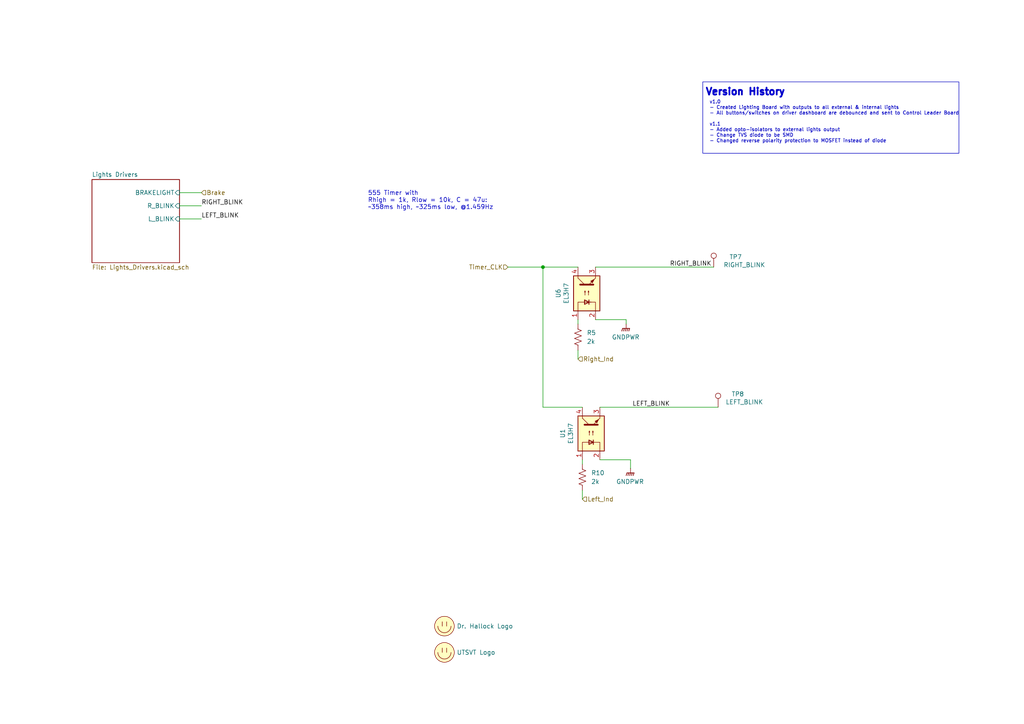
<source format=kicad_sch>
(kicad_sch (version 20231120) (generator "eeschema") (generator_version "8.0")
  (paper "A4")
  (lib_symbols
    (symbol "Connector:TestPoint" (pin_numbers hide) (pin_names (offset 0.762) hide)
      (property "Reference" "TP" (at 0 6.858 0))
      (property "Value" "TestPoint" (at 0 5.08 0))
      (symbol "TestPoint_0_1"
        (circle (center 0 3.302) (radius 0.762))
      )
      (symbol "TestPoint_1_1"
        (pin passive line (at 0 0 90) (length 2.54) (name "1") (number "1"))
      )
    )
    (symbol "Controls-LightingPCB-rescue:Logo_Placeholder-utsvt-misc" (pin_names (offset 1.016))
      (property "Value" "Logo_Placeholder-utsvt-misc" (at 0 3.81 0))
      (symbol "Logo_Placeholder-utsvt-misc_0_1"
        (arc (start -1.905 0) (mid 0 -1.8967) (end 1.905 0))
        (polyline (pts (xy -0.635 1.27) (xy -0.635 0)))
        (polyline (pts (xy 0.635 1.27) (xy 0.635 0)))
        (circle (center 0 0) (radius 2.8448) (fill (type background)))
      )
    )
    (symbol "Device:R_US" (pin_numbers hide) (pin_names (offset 0))
      (property "Reference" "R" (at 2.54 0 90))
      (property "Value" "R_US" (at -2.54 0 90))
      (symbol "R_US_0_1"
        (polyline (pts (xy 0 -2.286) (xy 0 -2.54)))
        (polyline (pts (xy 0 2.286) (xy 0 2.54)))
        (polyline (pts (xy 0 -0.762) (xy 1.016 -1.143) (xy 0 -1.524) (xy -1.016 -1.905) (xy 0 -2.286)))
        (polyline (pts (xy 0 0.762) (xy 1.016 0.381) (xy 0 0) (xy -1.016 -0.381) (xy 0 -0.762)))
        (polyline (pts (xy 0 2.286) (xy 1.016 1.905) (xy 0 1.524) (xy -1.016 1.143) (xy 0 0.762)))
      )
      (symbol "R_US_1_1"
        (pin passive line (at 0 3.81 270) (length 1.27) (name "~") (number "1"))
        (pin passive line (at 0 -3.81 90) (length 1.27) (name "~") (number "2"))
      )
    )
    (symbol "Isolator:SFH617A-1" (pin_names (offset 1.016))
      (property "Reference" "U" (at -5.08 5.08 0))
      (property "Value" "SFH617A-1" (at 0 5.08 0))
      (symbol "SFH617A-1_0_1"
        (rectangle (start -5.08 3.81) (end 5.08 -3.81) (stroke (width 0.254)) (fill (type background)))
        (polyline (pts (xy -3.175 -0.635) (xy -1.905 -0.635)) (stroke (width 0.254)))
        (polyline (pts (xy 2.54 0.635) (xy 4.445 2.54)))
        (polyline (pts (xy 4.445 -2.54) (xy 2.54 -0.635)) (fill (type outline)))
        (polyline (pts (xy 4.445 -2.54) (xy 5.08 -2.54)))
        (polyline (pts (xy 4.445 2.54) (xy 5.08 2.54)))
        (polyline (pts (xy -2.54 -0.635) (xy -2.54 -2.54) (xy -5.08 -2.54)))
        (polyline (pts (xy 2.54 1.905) (xy 2.54 -1.905) (xy 2.54 -1.905)) (stroke (width 0.508)))
        (polyline (pts (xy -5.08 2.54) (xy -2.54 2.54) (xy -2.54 -1.27) (xy -2.54 0.635)))
        (polyline (pts (xy -2.54 -0.635) (xy -3.175 0.635) (xy -1.905 0.635) (xy -2.54 -0.635)) (stroke (width 0.254)))
        (polyline (pts (xy -0.508 -0.508) (xy 0.762 -0.508) (xy 0.381 -0.635) (xy 0.381 -0.381) (xy 0.762 -0.508)))
        (polyline (pts (xy -0.508 0.508) (xy 0.762 0.508) (xy 0.381 0.381) (xy 0.381 0.635) (xy 0.762 0.508)))
        (polyline (pts (xy 3.048 -1.651) (xy 3.556 -1.143) (xy 4.064 -2.159) (xy 3.048 -1.651) (xy 3.048 -1.651)) (fill (type outline)))
      )
      (symbol "SFH617A-1_1_1"
        (pin passive line (at -7.62 2.54 0) (length 2.54) (name "~") (number "1"))
        (pin passive line (at -7.62 -2.54 0) (length 2.54) (name "~") (number "2"))
        (pin passive line (at 7.62 -2.54 180) (length 2.54) (name "~") (number "3"))
        (pin passive line (at 7.62 2.54 180) (length 2.54) (name "~") (number "4"))
      )
    )
    (symbol "power:GNDPWR" (power) (pin_numbers hide) (pin_names (offset 0) hide)
      (property "Value" "GNDPWR" (at 0 -3.302 0))
      (symbol "GNDPWR_0_1"
        (polyline (pts (xy 0 -1.27) (xy 0 0)))
        (polyline (pts (xy -1.016 -1.27) (xy -1.27 -2.032) (xy -1.27 -2.032)) (stroke (width 0.2032)))
        (polyline (pts (xy -0.508 -1.27) (xy -0.762 -2.032) (xy -0.762 -2.032)) (stroke (width 0.2032)))
        (polyline (pts (xy 0 -1.27) (xy -0.254 -2.032) (xy -0.254 -2.032)) (stroke (width 0.2032)))
        (polyline (pts (xy 0.508 -1.27) (xy 0.254 -2.032) (xy 0.254 -2.032)) (stroke (width 0.2032)))
        (polyline (pts (xy 1.016 -1.27) (xy -1.016 -1.27) (xy -1.016 -1.27)) (stroke (width 0.2032)))
        (polyline (pts (xy 1.016 -1.27) (xy 0.762 -2.032) (xy 0.762 -2.032) (xy 0.762 -2.032)) (stroke (width 0.2032)))
      )
      (symbol "GNDPWR_1_1"
        (pin power_in line (at 0 0 270) (length 0) (name "~") (number "1"))
      )
    )
  )
  (junction (at 157.48 77.47))
  (wire (pts (xy 173.99 133.35) (xy 182.88 133.35)))
  (wire (pts (xy 157.48 77.47) (xy 167.64 77.47)))
  (wire (pts (xy 182.88 133.35) (xy 182.88 135.89)))
  (wire (pts (xy 181.61 92.71) (xy 172.72 92.71)))
  (wire (pts (xy 167.64 93.98) (xy 167.64 92.71)))
  (wire (pts (xy 181.61 92.71) (xy 181.61 93.98)))
  (wire (pts (xy 157.48 118.11) (xy 168.91 118.11)))
  (wire (pts (xy 172.72 77.47) (xy 207.01 77.47)))
  (wire (pts (xy 52.07 63.5) (xy 58.42 63.5)))
  (wire (pts (xy 52.07 59.69) (xy 58.42 59.69)))
  (wire (pts (xy 173.99 118.11) (xy 208.28 118.11)))
  (wire (pts (xy 168.91 142.24) (xy 168.91 144.78)))
  (wire (pts (xy 147.32 77.47) (xy 157.48 77.47)))
  (wire (pts (xy 167.64 101.6) (xy 167.64 104.14)))
  (wire (pts (xy 168.91 133.35) (xy 168.91 134.62)))
  (wire (pts (xy 52.07 55.88) (xy 58.42 55.88)))
  (wire (pts (xy 157.48 77.47) (xy 157.48 118.11)))
  (rectangle (start 203.835 23.749) (end 278.13 44.45))
  (text "555 Timer with \nRhigh = 1k, Rlow = 10k, C = 47u: \n~358ms high, ~325ms low, @1.459Hz" (at 106.68 60.96 0) (effects (font (size 1.27 1.27)) (justify left bottom)))
  (text "Version History" (at 204.47 27.94 0) (effects (font (size 2 2) (thickness 1) (bold yes)) (justify left bottom)))
  (text "v1.0\n- Created Lighting Board with outputs to all external & internal lights\n- All buttons/switches on driver dashboard are debounced and sent to Control Leader Board\n\nv1.1\n- Added opto-isolators to external lights output\n- Change TVS diode to be SMD\n- Changed reverse polarity protection to MOSFET instead of diode\n\n" (at 205.74 43.18 0) (effects (font (size 1 1)) (justify left bottom)))
  (label "RIGHT_BLINK" (at 58.42 59.69 0))
  (label "LEFT_BLINK" (at 58.42 63.5 0))
  (label "RIGHT_BLINK" (at 206.375 77.47 180))
  (label "LEFT_BLINK" (at 194.31 118.11 180))
  (hierarchical_label "Timer_CLK" (shape input) (at 147.32 77.47 180))
  (hierarchical_label "Right_Ind" (shape input) (at 167.64 104.14 0))
  (hierarchical_label "Left_Ind" (shape input) (at 168.91 144.78 0))
  (hierarchical_label "Brake" (shape input) (at 58.42 55.88 0))
  (symbol (lib_id "Isolator:SFH617A-1") (at 170.18 85.09 90) (unit 1)
    (property "Reference" "U6" (at 161.925 85.09 0))
    (property "Value" "EL3H7" (at 164.2364 85.09 0))
    (property "Footprint" "Package_DIP:DIP-4_W7.62mm" (effects (hide yes)))
    (property "Datasheet" "https://everlightamericas.com/index.php?controller=attachment&id_attachment=2584" (effects (hide yes)))
    (property "Description" "Optocoupler, Phototransistor Output, 5300 VRMS, VCEO 70V, CTR% 40-80, -55 to +110 degree Celsius, UL, BSI, FIMKO, cUL, THT PDIP-4" (effects (hide yes)))
    (property "Mouser Part Number" "638-EL3H7DTAVG " (effects (hide yes)))
  )
  (symbol (lib_id "Controls-LightingPCB-rescue:Logo_Placeholder-utsvt-misc") (at 128.905 189.23 0) (unit 1)
    (property "Reference" "LOGO4" (effects (hide yes)))
    (property "Value" "UTSVT Logo" (at 132.461 189.23 0) (effects (justify left)))
    (property "Footprint" "UTSVT_Special:UTSVT_Logo_Symbol" (effects (hide yes)))
  )
  (symbol (lib_id "power:GNDPWR") (at 181.61 93.98 0) (unit 1)
    (property "Reference" "#PWR04" (effects (hide yes)))
    (property "Value" "GNDPWR" (at 181.483 97.79 0))
    (property "Description" "Power symbol creates a global label with name \"GNDPWR\" , global ground" (effects (hide yes)))
  )
  (symbol (lib_id "Isolator:SFH617A-1") (at 171.45 125.73 90) (unit 1)
    (property "Reference" "U1" (at 163.195 125.73 0))
    (property "Value" "EL3H7" (at 165.5064 125.73 0))
    (property "Footprint" "Package_DIP:DIP-4_W7.62mm" (effects (hide yes)))
    (property "Datasheet" "https://everlightamericas.com/index.php?controller=attachment&id_attachment=2584" (effects (hide yes)))
    (property "Description" "Optocoupler, Phototransistor Output, 5300 VRMS, VCEO 70V, CTR% 40-80, -55 to +110 degree Celsius, UL, BSI, FIMKO, cUL, THT PDIP-4" (effects (hide yes)))
    (property "Mouser Part Number" "638-EL3H7DTAVG " (effects (hide yes)))
  )
  (symbol (lib_id "Device:R_US") (at 167.64 97.79 0) (unit 1)
    (property "Reference" "R5" (at 170.18 96.5199 0) (effects (justify left)))
    (property "Value" "2k" (at 170.18 99.0599 0) (effects (justify left)))
    (property "Footprint" "Resistor_SMD:R_0805_2012Metric" (effects (hide yes)))
    (property "Description" "Resistor, US symbol" (effects (hide yes)))
  )
  (symbol (lib_id "Connector:TestPoint") (at 208.28 118.11 0) (unit 1)
    (property "Reference" "TP8" (at 213.995 114.3 0))
    (property "Value" "LEFT_BLINK" (at 215.9 116.6114 0))
    (property "Footprint" "TestPoint:TestPoint_Pad_1.5x1.5mm" (effects (hide yes)))
    (property "Description" "test point" (effects (hide yes)))
  )
  (symbol (lib_id "Controls-LightingPCB-rescue:Logo_Placeholder-utsvt-misc") (at 128.905 181.61 0) (unit 1)
    (property "Reference" "LOGO3" (effects (hide yes)))
    (property "Value" "Dr. Hallock Logo" (at 132.461 181.61 0) (effects (justify left)))
    (property "Footprint" "UTSVT_Special:Hallock_Image_Small" (effects (hide yes)))
  )
  (symbol (lib_id "Device:R_US") (at 168.91 138.43 0) (unit 1)
    (property "Reference" "R10" (at 171.45 137.1599 0) (effects (justify left)))
    (property "Value" "2k" (at 171.45 139.6999 0) (effects (justify left)))
    (property "Footprint" "Resistor_SMD:R_0805_2012Metric" (effects (hide yes)))
    (property "Description" "Resistor, US symbol" (effects (hide yes)))
  )
  (symbol (lib_id "Connector:TestPoint") (at 207.01 77.47 0) (unit 1)
    (property "Reference" "TP7" (at 213.36 74.5236 0))
    (property "Value" "RIGHT_BLINK" (at 215.9 76.835 0))
    (property "Footprint" "TestPoint:TestPoint_Pad_1.5x1.5mm" (effects (hide yes)))
    (property "Description" "test point" (effects (hide yes)))
  )
  (symbol (lib_id "power:GNDPWR") (at 182.88 135.89 0) (unit 1)
    (property "Reference" "#PWR05" (effects (hide yes)))
    (property "Value" "GNDPWR" (at 182.753 139.7 0))
    (property "Description" "Power symbol creates a global label with name \"GNDPWR\" , global ground" (effects (hide yes)))
  )
  (sheet (at 26.67 52.07) (size 25.4 24.13) (stroke (width 0.1524))
    (property "Sheetname" "Lights Drivers" (at 26.67 51.3584 0) (effects (justify left bottom)))
    (property "Sheetfile" "Lights_Drivers.kicad_sch" (at 26.67 76.7846 0) (effects (justify left top)))
    (pin "BRAKELIGHT" input (at 52.07 55.88 0))
    (pin "R_BLINK" input (at 52.07 59.69 0))
    (pin "L_BLINK" input (at 52.07 63.5 0))
  )
)
</source>
